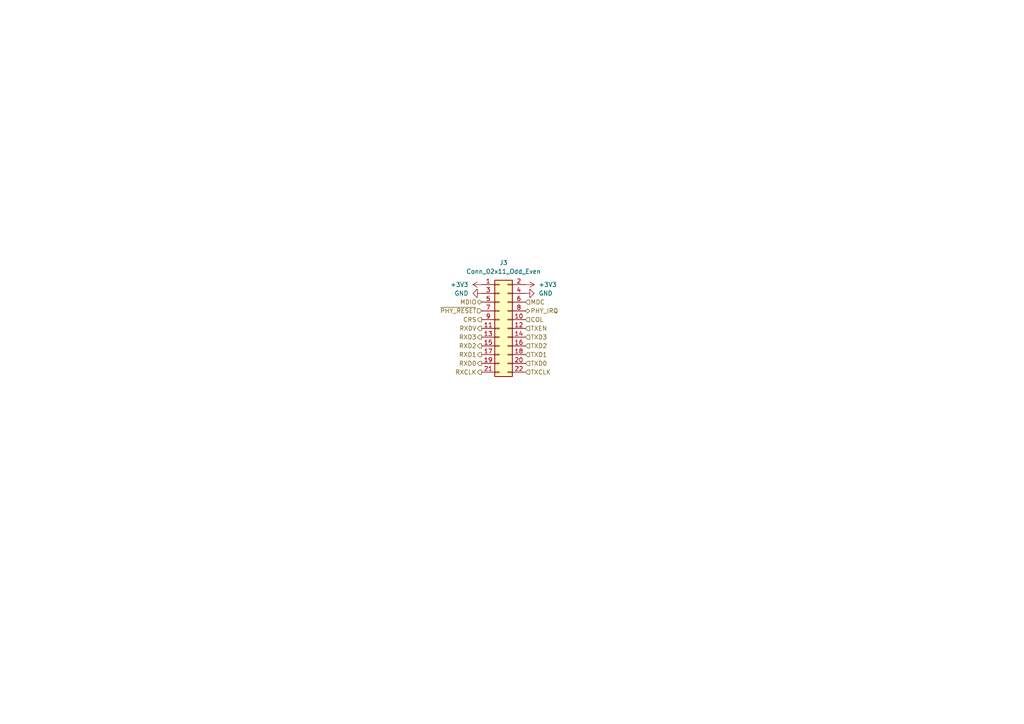
<source format=kicad_sch>
(kicad_sch (version 20231120) (generator "eeschema") (generator_version "8.0")
  (paper "A4")
  (title_block (date "2024-08-09"))
  (lib_symbols
    (symbol "Connector_Generic:Conn_02x11_Odd_Even" (pin_names (offset 1.016) hide)
      (property "Reference" "J" (at 1.27 15.24 0))
      (property "Value" "Conn_02x11_Odd_Even" (at 1.27 -15.24 0))
      (symbol "Conn_02x11_Odd_Even_1_1"
        (rectangle (start -1.27 -12.573) (end 0 -12.827) (stroke (width 0.1524)))
        (rectangle (start -1.27 -10.033) (end 0 -10.287) (stroke (width 0.1524)))
        (rectangle (start -1.27 -7.493) (end 0 -7.747) (stroke (width 0.1524)))
        (rectangle (start -1.27 -4.953) (end 0 -5.207) (stroke (width 0.1524)))
        (rectangle (start -1.27 -2.413) (end 0 -2.667) (stroke (width 0.1524)))
        (rectangle (start -1.27 0.127) (end 0 -0.127) (stroke (width 0.1524)))
        (rectangle (start -1.27 2.667) (end 0 2.413) (stroke (width 0.1524)))
        (rectangle (start -1.27 5.207) (end 0 4.953) (stroke (width 0.1524)))
        (rectangle (start -1.27 7.747) (end 0 7.493) (stroke (width 0.1524)))
        (rectangle (start -1.27 10.287) (end 0 10.033) (stroke (width 0.1524)))
        (rectangle (start -1.27 12.827) (end 0 12.573) (stroke (width 0.1524)))
        (rectangle (start -1.27 13.97) (end 3.81 -13.97) (stroke (width 0.254)) (fill (type background)))
        (rectangle (start 3.81 -12.573) (end 2.54 -12.827) (stroke (width 0.1524)))
        (rectangle (start 3.81 -10.033) (end 2.54 -10.287) (stroke (width 0.1524)))
        (rectangle (start 3.81 -7.493) (end 2.54 -7.747) (stroke (width 0.1524)))
        (rectangle (start 3.81 -4.953) (end 2.54 -5.207) (stroke (width 0.1524)))
        (rectangle (start 3.81 -2.413) (end 2.54 -2.667) (stroke (width 0.1524)))
        (rectangle (start 3.81 0.127) (end 2.54 -0.127) (stroke (width 0.1524)))
        (rectangle (start 3.81 2.667) (end 2.54 2.413) (stroke (width 0.1524)))
        (rectangle (start 3.81 5.207) (end 2.54 4.953) (stroke (width 0.1524)))
        (rectangle (start 3.81 7.747) (end 2.54 7.493) (stroke (width 0.1524)))
        (rectangle (start 3.81 10.287) (end 2.54 10.033) (stroke (width 0.1524)))
        (rectangle (start 3.81 12.827) (end 2.54 12.573) (stroke (width 0.1524)))
        (pin passive line (at -5.08 12.7 0) (length 3.81) (name "Pin_1") (number "1"))
        (pin passive line (at 7.62 2.54 180) (length 3.81) (name "Pin_10") (number "10"))
        (pin passive line (at -5.08 0 0) (length 3.81) (name "Pin_11") (number "11"))
        (pin passive line (at 7.62 0 180) (length 3.81) (name "Pin_12") (number "12"))
        (pin passive line (at -5.08 -2.54 0) (length 3.81) (name "Pin_13") (number "13"))
        (pin passive line (at 7.62 -2.54 180) (length 3.81) (name "Pin_14") (number "14"))
        (pin passive line (at -5.08 -5.08 0) (length 3.81) (name "Pin_15") (number "15"))
        (pin passive line (at 7.62 -5.08 180) (length 3.81) (name "Pin_16") (number "16"))
        (pin passive line (at -5.08 -7.62 0) (length 3.81) (name "Pin_17") (number "17"))
        (pin passive line (at 7.62 -7.62 180) (length 3.81) (name "Pin_18") (number "18"))
        (pin passive line (at -5.08 -10.16 0) (length 3.81) (name "Pin_19") (number "19"))
        (pin passive line (at 7.62 12.7 180) (length 3.81) (name "Pin_2") (number "2"))
        (pin passive line (at 7.62 -10.16 180) (length 3.81) (name "Pin_20") (number "20"))
        (pin passive line (at -5.08 -12.7 0) (length 3.81) (name "Pin_21") (number "21"))
        (pin passive line (at 7.62 -12.7 180) (length 3.81) (name "Pin_22") (number "22"))
        (pin passive line (at -5.08 10.16 0) (length 3.81) (name "Pin_3") (number "3"))
        (pin passive line (at 7.62 10.16 180) (length 3.81) (name "Pin_4") (number "4"))
        (pin passive line (at -5.08 7.62 0) (length 3.81) (name "Pin_5") (number "5"))
        (pin passive line (at 7.62 7.62 180) (length 3.81) (name "Pin_6") (number "6"))
        (pin passive line (at -5.08 5.08 0) (length 3.81) (name "Pin_7") (number "7"))
        (pin passive line (at 7.62 5.08 180) (length 3.81) (name "Pin_8") (number "8"))
        (pin passive line (at -5.08 2.54 0) (length 3.81) (name "Pin_9") (number "9"))
      )
    )
    (symbol "power:+3V3" (power) (pin_numbers hide) (pin_names (offset 0) hide)
      (property "Value" "+3V3" (at 0 3.556 0))
      (symbol "+3V3_0_1"
        (polyline (pts (xy -0.762 1.27) (xy 0 2.54)))
        (polyline (pts (xy 0 0) (xy 0 2.54)))
        (polyline (pts (xy 0 2.54) (xy 0.762 1.27)))
      )
      (symbol "+3V3_1_1"
        (pin power_in line (at 0 0 90) (length 0) (name "~") (number "1"))
      )
    )
    (symbol "power:GND" (power) (pin_numbers hide) (pin_names (offset 0) hide)
      (property "Value" "GND" (at 0 -3.81 0))
      (symbol "GND_0_1"
        (polyline (pts (xy 0 0) (xy 0 -1.27) (xy 1.27 -1.27) (xy 0 -2.54) (xy -1.27 -1.27) (xy 0 -1.27)))
      )
      (symbol "GND_1_1"
        (pin power_in line (at 0 0 270) (length 0) (name "~") (number "1"))
      )
    )
  )
  (hierarchical_label "COL" (shape input) (at 152.4 92.71 0))
  (hierarchical_label "RXD2" (shape output) (at 139.7 100.33 180))
  (hierarchical_label "TXEN" (shape input) (at 152.4 95.25 0))
  (hierarchical_label "CRS" (shape output) (at 139.7 92.71 180))
  (hierarchical_label "TXD1" (shape input) (at 152.4 102.87 0))
  (hierarchical_label "TXD3" (shape input) (at 152.4 97.79 0))
  (hierarchical_label "MDC" (shape input) (at 152.4 87.63 0))
  (hierarchical_label "RXCLK" (shape output) (at 139.7 107.95 180))
  (hierarchical_label "TXD0" (shape input) (at 152.4 105.41 0))
  (hierarchical_label "~{PHY_RESET}" (shape input) (at 139.7 90.17 180))
  (hierarchical_label "RXD3" (shape output) (at 139.7 97.79 180))
  (hierarchical_label "TXCLK" (shape input) (at 152.4 107.95 0))
  (hierarchical_label "PHY_IRQ" (shape bidirectional) (at 152.4 90.17 0))
  (hierarchical_label "MDIO" (shape bidirectional) (at 139.7 87.63 180))
  (hierarchical_label "RXD1" (shape output) (at 139.7 102.87 180))
  (hierarchical_label "TXD2" (shape input) (at 152.4 100.33 0))
  (hierarchical_label "RXD0" (shape output) (at 139.7 105.41 180))
  (hierarchical_label "RXDV" (shape output) (at 139.7 95.25 180))
  (symbol (lib_id "power:+3V3") (at 139.7 82.55 90) (unit 1)
    (property "Reference" "#PWR024" (effects (hide yes)))
    (property "Value" "+3V3" (at 135.89 82.5499 90) (effects (justify left)))
    (property "Description" "Power symbol creates a global label with name \"+3V3\"" (effects (hide yes)))
  )
  (symbol (lib_id "power:GND") (at 152.4 85.09 90) (unit 1)
    (property "Reference" "#PWR022" (effects (hide yes)))
    (property "Value" "GND" (at 156.21 85.0899 90) (effects (justify right)))
    (property "Description" "Power symbol creates a global label with name \"GND\" , ground" (effects (hide yes)))
  )
  (symbol (lib_id "Connector_Generic:Conn_02x11_Odd_Even") (at 144.78 95.25 0) (unit 1)
    (property "Reference" "J3" (at 146.05 76.2 0))
    (property "Value" "Conn_02x11_Odd_Even" (at 146.05 78.74 0))
    (property "Footprint" "Connector_PinHeader_2.54mm:PinHeader_2x11_P2.54mm_Horizontal" (effects (hide yes)))
    (property "Description" "Generic connector, double row, 02x11, odd/even pin numbering scheme (row 1 odd numbers, row 2 even numbers), script generated (kicad-library-utils/schlib/autogen/connector/)" (effects (hide yes)))
  )
  (symbol (lib_id "power:+3V3") (at 152.4 82.55 270) (unit 1)
    (property "Reference" "#PWR025" (effects (hide yes)))
    (property "Value" "+3V3" (at 156.21 82.5499 90) (effects (justify left)))
    (property "Description" "Power symbol creates a global label with name \"+3V3\"" (effects (hide yes)))
  )
  (symbol (lib_id "power:GND") (at 139.7 85.09 270) (unit 1)
    (property "Reference" "#PWR023" (effects (hide yes)))
    (property "Value" "GND" (at 135.89 85.0899 90) (effects (justify right)))
    (property "Description" "Power symbol creates a global label with name \"GND\" , ground" (effects (hide yes)))
  )
)
</source>
